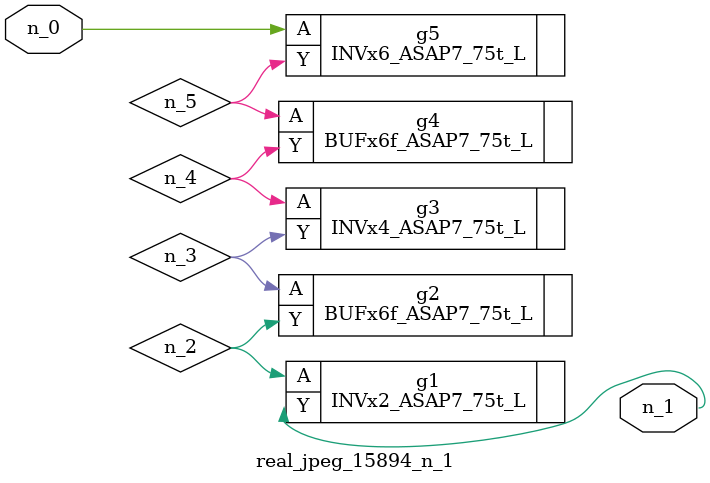
<source format=v>
module real_jpeg_15894_n_1 (n_0, n_1);

input n_0;

output n_1;

wire n_5;
wire n_4;
wire n_2;
wire n_3;

INVx6_ASAP7_75t_L g5 ( 
.A(n_0),
.Y(n_5)
);

INVx2_ASAP7_75t_L g1 ( 
.A(n_2),
.Y(n_1)
);

BUFx6f_ASAP7_75t_L g2 ( 
.A(n_3),
.Y(n_2)
);

INVx4_ASAP7_75t_L g3 ( 
.A(n_4),
.Y(n_3)
);

BUFx6f_ASAP7_75t_L g4 ( 
.A(n_5),
.Y(n_4)
);


endmodule
</source>
